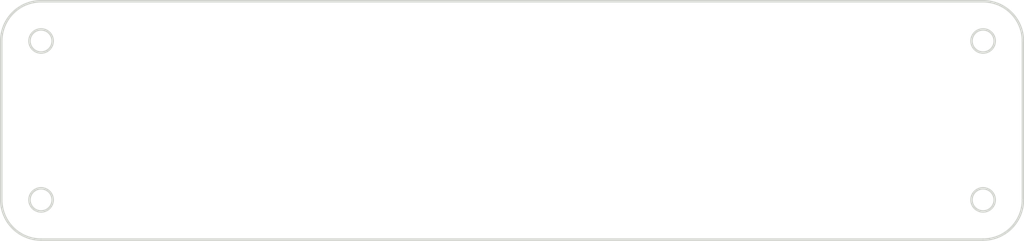
<source format=kicad_pcb>
(kicad_pcb (version 3) (host pcbnew "(2013-07-07 BZR 4022)-stable")

  (general
    (links 0)
    (no_connects 0)
    (area 99.809499 99.809499 290.190501 280.190501)
    (thickness 1.6)
    (drawings 12)
    (tracks 0)
    (zones 0)
    (modules 0)
    (nets 1)
  )

  (page A3)
  (layers
    (15 F.Cu signal)
    (0 B.Cu signal)
    (16 B.Adhes user)
    (17 F.Adhes user)
    (18 B.Paste user)
    (19 F.Paste user)
    (20 B.SilkS user)
    (21 F.SilkS user)
    (22 B.Mask user)
    (23 F.Mask user)
    (24 Dwgs.User user)
    (25 Cmts.User user)
    (26 Eco1.User user)
    (27 Eco2.User user)
    (28 Edge.Cuts user)
  )

  (setup
    (last_trace_width 0.254)
    (user_trace_width 0.254)
    (user_trace_width 0.5)
    (user_trace_width 1)
    (user_trace_width 2)
    (trace_clearance 0.254)
    (zone_clearance 0.508)
    (zone_45_only no)
    (trace_min 0.254)
    (segment_width 0.381)
    (edge_width 0.381)
    (via_size 0.889)
    (via_drill 0.635)
    (via_min_size 0.889)
    (via_min_drill 0.508)
    (uvia_size 0.508)
    (uvia_drill 0.127)
    (uvias_allowed no)
    (uvia_min_size 0.508)
    (uvia_min_drill 0.127)
    (pcb_text_width 0.3048)
    (pcb_text_size 1.524 2.032)
    (mod_edge_width 0.2)
    (mod_text_size 1.524 1.524)
    (mod_text_width 0.3048)
    (pad_size 1.4 1.4)
    (pad_drill 0.8)
    (pad_to_mask_clearance 0.254)
    (aux_axis_origin 100 100)
    (visible_elements 7FFFFFFF)
    (pcbplotparams
      (layerselection 3178497)
      (usegerberextensions false)
      (excludeedgelayer true)
      (linewidth 0.150000)
      (plotframeref false)
      (viasonmask false)
      (mode 1)
      (useauxorigin false)
      (hpglpennumber 1)
      (hpglpenspeed 20)
      (hpglpendiameter 15)
      (hpglpenoverlay 2)
      (psnegative false)
      (psa4output false)
      (plotreference true)
      (plotvalue true)
      (plotothertext true)
      (plotinvisibletext false)
      (padsonsilk false)
      (subtractmaskfromsilk false)
      (outputformat 5)
      (mirror false)
      (drillshape 0)
      (scaleselection 1)
      (outputdirectory ""))
  )

  (net 0 "")

  (net_class Default "This is the default net class."
    (clearance 0.254)
    (trace_width 0.254)
    (via_dia 0.889)
    (via_drill 0.635)
    (uvia_dia 0.508)
    (uvia_drill 0.127)
    (add_net "")
  )

  (gr_line (start 254 106) (end 254 130) (angle 90) (layer Edge.Cuts) (width 0.381) (tstamp 52D85EFA))
  (gr_arc (start 248 106) (end 248 100) (angle 90) (layer Edge.Cuts) (width 0.381))
  (gr_arc (start 248 130) (end 254 130) (angle 90) (layer Edge.Cuts) (width 0.381))
  (gr_arc (start 106 130) (end 106 136) (angle 90) (layer Edge.Cuts) (width 0.381))
  (gr_arc (start 106 106) (end 100 106) (angle 90) (layer Edge.Cuts) (width 0.381))
  (gr_line (start 100 106) (end 100 130) (angle 90) (layer Edge.Cuts) (width 0.381))
  (gr_line (start 248 136) (end 106 136) (angle 90) (layer Edge.Cuts) (width 0.381))
  (gr_line (start 106 100) (end 248 100) (angle 90) (layer Edge.Cuts) (width 0.381))
  (gr_circle (center 248 106) (end 246.25 106) (layer Edge.Cuts) (width 0.381))
  (gr_circle (center 248 130) (end 246.25 130) (layer Edge.Cuts) (width 0.381))
  (gr_circle (center 106 130) (end 104.25 130) (layer Edge.Cuts) (width 0.381))
  (gr_circle (center 106 106) (end 104.25 106) (layer Edge.Cuts) (width 0.381))

)

</source>
